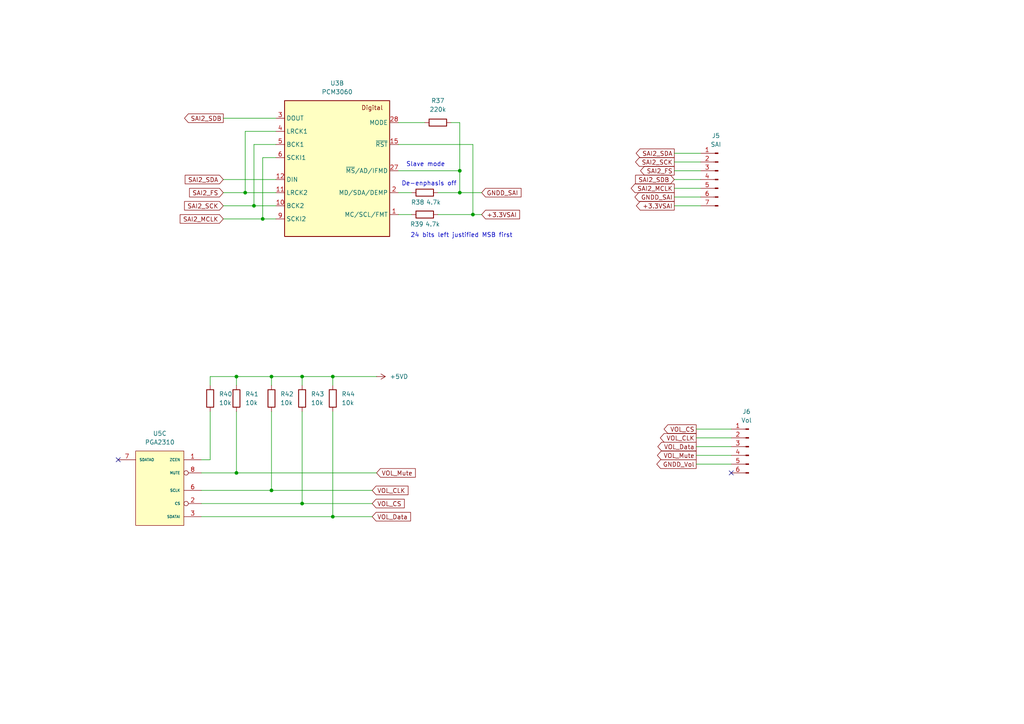
<source format=kicad_sch>
(kicad_sch (version 20250114) (generator "eeschema") (generator_version "9.0")
  (paper "A4")
  (title_block (title "OSCAR Audio 1.0") (date "2025-05-30") (rev "2") (company "DAD Design"))
  (lib_symbols
    (symbol "@Projet:PCM3060"
      (property "Reference" "U" (at -6.096 25.654 0))
      (property "Value" "PCM3060" (at -6.096 22.606 0))
      (symbol "PCM3060_1_1"
        (rectangle (start -11.43 20.32) (end 8.89 -30.48) (stroke (width 0.254)) (fill (type background)))
        (text "ADC" (at 0 7.874 0) (effects (font (size 1.27 1.27))))
        (text "DAC" (at 1.016 -16.002 0) (effects (font (size 1.27 1.27))))
        (text "Analog" (at 4.064 18.288 0) (effects (font (size 1.27 1.27))))
        (pin input line (at -13.97 12.7 0) (length 2.54) (name "V_{IN}L") (number "25"))
        (pin input line (at -13.97 10.16 0) (length 2.54) (name "V_{IN}R") (number "26"))
        (pin output line (at -13.97 1.27 0) (length 2.54) (name "V_{COM}") (number "21"))
        (pin output line (at -13.97 -7.62 0) (length 2.54) (name "V_{OUT}R-") (number "17"))
        (pin output line (at -13.97 -10.16 0) (length 2.54) (name "V_{OUT}R+") (number "18"))
        (pin output line (at -13.97 -15.24 0) (length 2.54) (name "V_{OUT}L-") (number "19"))
        (pin output line (at -13.97 -17.78 0) (length 2.54) (name "V_{OUT}L+") (number "20"))
        (pin output line (at -13.97 -22.86 0) (length 2.54) (name "ZEROR") (number "13"))
        (pin output line (at -13.97 -26.67 0) (length 2.54) (name "ZEROL") (number "14"))
      )
      (symbol "PCM3060_2_1"
        (rectangle (start -10.16 20.32) (end 20.32 -19.05) (stroke (width 0.254)) (fill (type background)))
        (text "Digital" (at 15.24 18.288 0) (effects (font (size 1.27 1.27))))
        (pin output line (at -12.7 15.24 0) (length 2.54) (name "DOUT") (number "3"))
        (pin bidirectional line (at -12.7 11.43 0) (length 2.54) (name "LRCK1") (number "4"))
        (pin bidirectional line (at -12.7 7.62 0) (length 2.54) (name "BCK1") (number "5"))
        (pin input line (at -12.7 3.81 0) (length 2.54) (name "SCKI1") (number "6"))
        (pin input line (at -12.7 -2.54 0) (length 2.54) (name "DIN") (number "12"))
        (pin bidirectional line (at -12.7 -6.35 0) (length 2.54) (name "LRCK2") (number "11"))
        (pin bidirectional line (at -12.7 -10.16 0) (length 2.54) (name "BCK2") (number "10"))
        (pin input line (at -12.7 -13.97 0) (length 2.54) (name "SCKI2") (number "9"))
        (pin input line (at 22.86 13.97 180) (length 2.54) (name "MODE") (number "28"))
        (pin input line (at 22.86 7.62 180) (length 2.54) (name "~{RST}") (number "15"))
        (pin input line (at 22.86 0 180) (length 2.54) (name "~{MS}/AD/IFMD") (number "27"))
        (pin bidirectional line (at 22.86 -6.35 180) (length 2.54) (name "MD/SDA/DEMP") (number "2"))
        (pin input line (at 22.86 -12.7 180) (length 2.54) (name "MC/SCL/FMT") (number "1"))
      )
      (symbol "PCM3060_3_1"
        (rectangle (start -11.43 20.32) (end 5.08 -26.67) (fill (type background)))
        (text "Alim" (at 2.032 17.78 0) (effects (font (size 1.27 1.27))))
        (pin power_in line (at -13.97 13.97 0) (length 2.54) (name "V_{DD}") (number "7"))
        (pin power_in line (at -13.97 7.62 0) (length 2.54) (name "DGND") (number "8"))
        (pin power_in line (at -13.97 -6.35 0) (length 2.54) (name "V_{CC}") (number "24"))
        (pin power_in line (at -13.97 -12.7 0) (length 2.54) (name "AGND2") (number "22"))
        (pin power_in line (at -13.97 -16.51 0) (length 2.54) (name "AGND1") (number "23"))
        (pin power_in line (at -13.97 -20.32 0) (length 2.54) (name "SGND") (number "16"))
      )
    )
    (symbol "@Projet:PGA2310" (pin_names (offset 1.016))
      (property "Reference" "U" (at -4.318 9.652 0))
      (property "Value" "PGA2310" (at -1.524 7.366 0))
      (symbol "PGA2310_1_1"
        (unit_name "Ana_Left")
        (polyline (pts (xy -6.35 0) (xy -5.08 0)))
        (polyline (pts (xy 6.223 0) (xy -5.08 5.715) (xy -5.08 -5.715) (xy 6.223 0)) (stroke (width 0.254)) (fill (type background)))
        (pin input line (at -8.89 0 0) (length 3.048) (name "AINL") (number "16"))
        (pin power_in line (at 0 -7.62 90) (length 4.318) (name "AGNDL") (number "15"))
        (pin output line (at 8.89 0 180) (length 2.794) (name "AOUTL") (number "14"))
      )
      (symbol "PGA2310_2_1"
        (unit_name "Ana_Right")
        (polyline (pts (xy -6.35 0) (xy -5.08 0)))
        (polyline (pts (xy 6.223 0) (xy -5.08 5.715) (xy -5.08 -5.715) (xy 6.223 0)) (stroke (width 0.254)) (fill (type background)))
        (pin input line (at -8.89 0 0) (length 3.048) (name "AINR") (number "9"))
        (pin power_in line (at 0 -7.62 90) (length 4.318) (name "AGNDR") (number "10"))
        (pin output line (at 8.89 0 180) (length 2.794) (name "AOUTR") (number "11"))
      )
      (symbol "PGA2310_3_1"
        (unit_name "Logic")
        (rectangle (start -7.62 5.08) (end 6.35 -16.51) (fill (type background)))
        (pin input line (at -12.7 2.54 0) (length 5.08) (name "SDATAI") (number "3"))
        (pin input inverted (at -12.7 -1.27 0) (length 5.08) (name "CS") (number "2"))
        (pin input line (at -12.7 -5.08 0) (length 5.08) (name "SCLK") (number "6"))
        (pin input inverted (at -12.7 -10.16 0) (length 5.08) (name "MUTE") (number "8"))
        (pin input line (at -12.7 -13.97 0) (length 5.08) (name "ZCEN") (number "1"))
        (pin output line (at 11.43 -13.97 180) (length 5.08) (name "SDATAO") (number "7"))
      )
      (symbol "PGA2310_4_1"
        (unit_name "Alim")
        (rectangle (start -6.35 5.08) (end 6.35 -8.89) (fill (type background)))
        (pin power_in line (at -10.16 2.54 0) (length 3.81) (name "VD+") (number "4"))
        (pin power_in line (at -10.16 -6.35 0) (length 3.81) (name "DGND") (number "5"))
        (pin power_in line (at 10.16 1.27 180) (length 3.81) (name "VA+") (number "12"))
        (pin power_in line (at 10.16 -5.08 180) (length 3.81) (name "VA-") (number "13"))
      )
    )
    (symbol "Connector:Conn_01x06_Pin" (pin_names (offset 1.016) (hide yes))
      (property "Reference" "J6" (at 0.635 10.16 0))
      (property "Value" "Vol" (at 0.635 7.62 0))
      (symbol "Conn_01x06_Pin_1_1"
        (rectangle (start 0.8636 5.207) (end 0 4.953) (stroke (width 0.1524)) (fill (type outline)))
        (rectangle (start 0.8636 2.667) (end 0 2.413) (stroke (width 0.1524)) (fill (type outline)))
        (rectangle (start 0.8636 0.127) (end 0 -0.127) (stroke (width 0.1524)) (fill (type outline)))
        (rectangle (start 0.8636 -2.413) (end 0 -2.667) (stroke (width 0.1524)) (fill (type outline)))
        (rectangle (start 0.8636 -4.953) (end 0 -5.207) (stroke (width 0.1524)) (fill (type outline)))
        (rectangle (start 0.8636 -7.493) (end 0 -7.747) (stroke (width 0.1524)) (fill (type outline)))
        (polyline (pts (xy 1.27 5.08) (xy 0.8636 5.08)) (stroke (width 0.1524)))
        (polyline (pts (xy 1.27 2.54) (xy 0.8636 2.54)) (stroke (width 0.1524)))
        (polyline (pts (xy 1.27 0) (xy 0.8636 0)) (stroke (width 0.1524)))
        (polyline (pts (xy 1.27 -2.54) (xy 0.8636 -2.54)) (stroke (width 0.1524)))
        (polyline (pts (xy 1.27 -5.08) (xy 0.8636 -5.08)) (stroke (width 0.1524)))
        (polyline (pts (xy 1.27 -7.62) (xy 0.8636 -7.62)) (stroke (width 0.1524)))
        (pin passive line (at 5.08 5.08 180) (length 3.81) (name "Pin_1") (number "1"))
        (pin passive line (at 5.08 2.54 180) (length 3.81) (name "Pin_2") (number "2"))
        (pin passive line (at 5.08 0 180) (length 3.81) (name "Pin_3") (number "3"))
        (pin passive line (at 5.08 -2.54 180) (length 3.81) (name "Pin_4") (number "4"))
        (pin passive line (at 5.08 -5.08 180) (length 3.81) (name "Pin_5") (number "5"))
        (pin power_out line (at 5.08 -7.62 180) (length 3.81) (name "Pin_6") (number "6"))
      )
    )
    (symbol "Connector:Conn_01x07_Pin" (pin_names (offset 1.016) (hide yes))
      (property "Reference" "J5" (at 0.635 12.7 0))
      (property "Value" "SAI" (at 0.635 10.16 0))
      (symbol "Conn_01x07_Pin_1_1"
        (rectangle (start 0.8636 7.747) (end 0 7.493) (stroke (width 0.1524)) (fill (type outline)))
        (rectangle (start 0.8636 5.207) (end 0 4.953) (stroke (width 0.1524)) (fill (type outline)))
        (rectangle (start 0.8636 2.667) (end 0 2.413) (stroke (width 0.1524)) (fill (type outline)))
        (rectangle (start 0.8636 0.127) (end 0 -0.127) (stroke (width 0.1524)) (fill (type outline)))
        (rectangle (start 0.8636 -2.413) (end 0 -2.667) (stroke (width 0.1524)) (fill (type outline)))
        (rectangle (start 0.8636 -4.953) (end 0 -5.207) (stroke (width 0.1524)) (fill (type outline)))
        (rectangle (start 0.8636 -7.493) (end 0 -7.747) (stroke (width 0.1524)) (fill (type outline)))
        (polyline (pts (xy 1.27 7.62) (xy 0.8636 7.62)) (stroke (width 0.1524)))
        (polyline (pts (xy 1.27 5.08) (xy 0.8636 5.08)) (stroke (width 0.1524)))
        (polyline (pts (xy 1.27 2.54) (xy 0.8636 2.54)) (stroke (width 0.1524)))
        (polyline (pts (xy 1.27 0) (xy 0.8636 0)) (stroke (width 0.1524)))
        (polyline (pts (xy 1.27 -2.54) (xy 0.8636 -2.54)) (stroke (width 0.1524)))
        (polyline (pts (xy 1.27 -5.08) (xy 0.8636 -5.08)) (stroke (width 0.1524)))
        (polyline (pts (xy 1.27 -7.62) (xy 0.8636 -7.62)) (stroke (width 0.1524)))
        (pin output line (at 5.08 7.62 180) (length 3.81) (name "Pin_1") (number "1"))
        (pin output line (at 5.08 5.08 180) (length 3.81) (name "Pin_2") (number "2"))
        (pin output line (at 5.08 2.54 180) (length 3.81) (name "Pin_3") (number "3"))
        (pin input line (at 5.08 0 180) (length 3.81) (name "Pin_4") (number "4"))
        (pin output line (at 5.08 -2.54 180) (length 3.81) (name "Pin_5") (number "5"))
        (pin power_out line (at 5.08 -5.08 180) (length 3.81) (name "Pin_6") (number "6"))
        (pin power_out line (at 5.08 -7.62 180) (length 3.81) (name "Pin_7") (number "7"))
      )
    )
    (symbol "Device:R" (pin_numbers (hide yes)) (pin_names (offset 0))
      (property "Reference" "R" (at 2.032 0 90))
      (property "Value" "R" (at 0 0 90))
      (symbol "R_0_1"
        (rectangle (start -1.016 -2.54) (end 1.016 2.54) (stroke (width 0.254)))
      )
      (symbol "R_1_1"
        (pin passive line (at 0 3.81 270) (length 1.27) (name "~") (number "1"))
        (pin passive line (at 0 -3.81 90) (length 1.27) (name "~") (number "2"))
      )
    )
    (symbol "power:+5V" (power) (pin_numbers (hide yes)) (pin_names (offset 0) (hide yes))
      (property "Value" "+5V" (at 0 3.556 0))
      (symbol "+5V_0_1"
        (polyline (pts (xy -0.762 1.27) (xy 0 2.54)))
        (polyline (pts (xy 0 2.54) (xy 0.762 1.27)))
        (polyline (pts (xy 0 0) (xy 0 2.54)))
      )
      (symbol "+5V_1_1"
        (pin power_in line (at 0 0 90) (length 0) (name "~") (number "1"))
      )
    )
  )
  (text "Slave mode" (at 123.444 47.752 0) (effects (font (size 1.27 1.27))))
  (text "24 bits left justified MSB first" (at 133.858 68.326 0) (effects (font (size 1.27 1.27))))
  (text "De-enphasis off" (at 124.46 53.34 0) (effects (font (size 1.27 1.27))))
  (junction (at 71.12 55.88))
  (junction (at 96.52 109.22))
  (junction (at 76.2 63.5))
  (junction (at 87.63 109.22))
  (junction (at 68.58 137.16))
  (junction (at 78.74 142.24))
  (junction (at 73.66 59.69))
  (junction (at 68.58 109.22))
  (junction (at 133.35 55.88))
  (junction (at 78.74 109.22))
  (junction (at 96.52 149.86))
  (junction (at 133.35 49.53))
  (junction (at 137.16 62.23))
  (junction (at 87.63 146.05))
  (no_connect (at 34.29 133.35))
  (no_connect (at 212.09 137.16))
  (wire (pts (xy 195.58 59.69) (xy 203.2 59.69)))
  (wire (pts (xy 115.57 41.91) (xy 137.16 41.91)))
  (wire (pts (xy 195.58 49.53) (xy 203.2 49.53)))
  (wire (pts (xy 115.57 49.53) (xy 133.35 49.53)))
  (wire (pts (xy 96.52 111.76) (xy 96.52 109.22)))
  (wire (pts (xy 58.42 149.86) (xy 96.52 149.86)))
  (wire (pts (xy 68.58 119.38) (xy 68.58 137.16)))
  (wire (pts (xy 195.58 57.15) (xy 203.2 57.15)))
  (wire (pts (xy 76.2 63.5) (xy 80.01 63.5)))
  (wire (pts (xy 68.58 111.76) (xy 68.58 109.22)))
  (wire (pts (xy 76.2 63.5) (xy 76.2 45.72)))
  (wire (pts (xy 87.63 146.05) (xy 107.95 146.05)))
  (wire (pts (xy 64.77 52.07) (xy 80.01 52.07)))
  (wire (pts (xy 96.52 149.86) (xy 107.95 149.86)))
  (wire (pts (xy 96.52 109.22) (xy 109.22 109.22)))
  (wire (pts (xy 78.74 119.38) (xy 78.74 142.24)))
  (wire (pts (xy 73.66 59.69) (xy 73.66 41.91)))
  (wire (pts (xy 64.77 55.88) (xy 71.12 55.88)))
  (wire (pts (xy 195.58 52.07) (xy 203.2 52.07)))
  (wire (pts (xy 58.42 146.05) (xy 87.63 146.05)))
  (wire (pts (xy 60.96 109.22) (xy 60.96 111.76)))
  (wire (pts (xy 58.42 137.16) (xy 68.58 137.16)))
  (wire (pts (xy 68.58 137.16) (xy 109.22 137.16)))
  (wire (pts (xy 73.66 59.69) (xy 80.01 59.69)))
  (wire (pts (xy 71.12 55.88) (xy 80.01 55.88)))
  (wire (pts (xy 133.35 55.88) (xy 139.7 55.88)))
  (wire (pts (xy 195.58 44.45) (xy 203.2 44.45)))
  (wire (pts (xy 137.16 62.23) (xy 139.7 62.23)))
  (wire (pts (xy 64.77 59.69) (xy 73.66 59.69)))
  (wire (pts (xy 58.42 142.24) (xy 78.74 142.24)))
  (wire (pts (xy 201.93 129.54) (xy 212.09 129.54)))
  (wire (pts (xy 78.74 111.76) (xy 78.74 109.22)))
  (wire (pts (xy 201.93 124.46) (xy 212.09 124.46)))
  (wire (pts (xy 78.74 142.24) (xy 107.95 142.24)))
  (wire (pts (xy 115.57 55.88) (xy 119.38 55.88)))
  (wire (pts (xy 64.77 34.29) (xy 80.01 34.29)))
  (wire (pts (xy 133.35 49.53) (xy 133.35 55.88)))
  (wire (pts (xy 201.93 134.62) (xy 212.09 134.62)))
  (wire (pts (xy 68.58 109.22) (xy 78.74 109.22)))
  (wire (pts (xy 71.12 38.1) (xy 71.12 55.88)))
  (wire (pts (xy 115.57 35.56) (xy 123.19 35.56)))
  (wire (pts (xy 127 62.23) (xy 137.16 62.23)))
  (wire (pts (xy 87.63 119.38) (xy 87.63 146.05)))
  (wire (pts (xy 60.96 119.38) (xy 60.96 133.35)))
  (wire (pts (xy 60.96 109.22) (xy 68.58 109.22)))
  (wire (pts (xy 201.93 132.08) (xy 212.09 132.08)))
  (wire (pts (xy 133.35 35.56) (xy 133.35 49.53)))
  (wire (pts (xy 130.81 35.56) (xy 133.35 35.56)))
  (wire (pts (xy 137.16 41.91) (xy 137.16 62.23)))
  (wire (pts (xy 78.74 109.22) (xy 87.63 109.22)))
  (wire (pts (xy 80.01 38.1) (xy 71.12 38.1)))
  (wire (pts (xy 127 55.88) (xy 133.35 55.88)))
  (wire (pts (xy 195.58 46.99) (xy 203.2 46.99)))
  (wire (pts (xy 58.42 133.35) (xy 60.96 133.35)))
  (wire (pts (xy 73.66 41.91) (xy 80.01 41.91)))
  (wire (pts (xy 115.57 62.23) (xy 119.38 62.23)))
  (wire (pts (xy 201.93 127) (xy 212.09 127)))
  (wire (pts (xy 76.2 45.72) (xy 80.01 45.72)))
  (wire (pts (xy 96.52 109.22) (xy 87.63 109.22)))
  (wire (pts (xy 87.63 111.76) (xy 87.63 109.22)))
  (wire (pts (xy 195.58 54.61) (xy 203.2 54.61)))
  (wire (pts (xy 96.52 119.38) (xy 96.52 149.86)))
  (wire (pts (xy 64.77 63.5) (xy 76.2 63.5)))
  (global_label "VOL_Mute" (shape output) (at 201.93 132.08 180) (property "Intersheetrefs" "${INTERSHEET_REFS}" (effects (hide yes))))
  (global_label "VOL_Data" (shape input) (at 107.95 149.86 0) (property "Intersheetrefs" "${INTERSHEET_REFS}" (effects (hide yes))))
  (global_label "SAI2_FS" (shape input) (at 64.77 55.88 180) (property "Intersheetrefs" "${INTERSHEET_REFS}" (effects (hide yes))))
  (global_label "+3.3VSAI" (shape input) (at 139.7 62.23 0) (property "Intersheetrefs" "${INTERSHEET_REFS}" (effects (hide yes))))
  (global_label "VOL_Mute" (shape input) (at 109.22 137.16 0) (property "Intersheetrefs" "${INTERSHEET_REFS}" (effects (hide yes))))
  (global_label "SAI2_SDA" (shape output) (at 195.58 44.45 180) (property "Intersheetrefs" "${INTERSHEET_REFS}" (effects (hide yes))))
  (global_label "VOL_CS" (shape input) (at 107.95 146.05 0) (property "Intersheetrefs" "${INTERSHEET_REFS}" (effects (hide yes))))
  (global_label "SAI2_SDB" (shape output) (at 64.77 34.29 180) (property "Intersheetrefs" "${INTERSHEET_REFS}" (effects (hide yes))))
  (global_label "SAI2_MCLK" (shape output) (at 195.58 54.61 180) (property "Intersheetrefs" "${INTERSHEET_REFS}" (effects (hide yes))))
  (global_label "SAI2_SCK" (shape input) (at 64.77 59.69 180) (property "Intersheetrefs" "${INTERSHEET_REFS}" (effects (hide yes))))
  (global_label "SAI2_SDB" (shape input) (at 195.58 52.07 180) (property "Intersheetrefs" "${INTERSHEET_REFS}" (effects (hide yes))))
  (global_label "SAI2_MCLK" (shape input) (at 64.77 63.5 180) (property "Intersheetrefs" "${INTERSHEET_REFS}" (effects (hide yes))))
  (global_label "SAI2_SCK" (shape output) (at 195.58 46.99 180) (property "Intersheetrefs" "${INTERSHEET_REFS}" (effects (hide yes))))
  (global_label "GNDD_Vol" (shape output) (at 201.93 134.62 180) (property "Intersheetrefs" "${INTERSHEET_REFS}" (effects (hide yes))))
  (global_label "GNDD_SAI" (shape input) (at 139.7 55.88 0) (property "Intersheetrefs" "${INTERSHEET_REFS}" (effects (hide yes))))
  (global_label "VOL_Data" (shape output) (at 201.93 129.54 180) (property "Intersheetrefs" "${INTERSHEET_REFS}" (effects (hide yes))))
  (global_label "GNDD_SAI" (shape output) (at 195.58 57.15 180) (property "Intersheetrefs" "${INTERSHEET_REFS}" (effects (hide yes))))
  (global_label "+3.3VSAI" (shape output) (at 195.58 59.69 180) (property "Intersheetrefs" "${INTERSHEET_REFS}" (effects (hide yes))))
  (global_label "VOL_CS" (shape output) (at 201.93 124.46 180) (property "Intersheetrefs" "${INTERSHEET_REFS}" (effects (hide yes))))
  (global_label "VOL_CLK" (shape input) (at 107.95 142.24 0) (property "Intersheetrefs" "${INTERSHEET_REFS}" (effects (hide yes))))
  (global_label "SAI2_SDA" (shape input) (at 64.77 52.07 180) (property "Intersheetrefs" "${INTERSHEET_REFS}" (effects (hide yes))))
  (global_label "VOL_CLK" (shape output) (at 201.93 127 180) (property "Intersheetrefs" "${INTERSHEET_REFS}" (effects (hide yes))))
  (global_label "SAI2_FS" (shape output) (at 195.58 49.53 180) (property "Intersheetrefs" "${INTERSHEET_REFS}" (effects (hide yes))))
  (symbol (lib_id "Device:R") (at 127 35.56 90) (unit 1)
    (property "Reference" "R37" (at 127 29.21 90))
    (property "Value" "220k" (at 127 31.75 90))
    (property "Footprint" "Resistor_SMD:R_1206_3216Metric_Pad1.30x1.75mm_HandSolder" (effects (hide yes)))
    (property "Description" "Resistor" (effects (hide yes)))
  )
  (symbol (lib_id "Device:R") (at 123.19 62.23 90) (unit 1)
    (property "Reference" "R39" (at 120.904 65.024 90))
    (property "Value" "4.7k" (at 125.476 65.024 90))
    (property "Footprint" "Resistor_SMD:R_1206_3216Metric_Pad1.30x1.75mm_HandSolder" (effects (hide yes)))
    (property "Description" "Resistor" (effects (hide yes)))
  )
  (symbol (lib_id "Connector:Conn_01x07_Pin") (at 208.28 52.07 0) (mirror y) (unit 1)
    (property "Reference" "J5" (at 207.645 39.37 0))
    (property "Value" "SAI" (at 207.645 41.91 0))
    (property "Footprint" "Connector_PinHeader_2.54mm:PinHeader_1x07_P2.54mm_Vertical" (effects (hide yes)))
    (property "Description" "Generic connector, single row, 01x07, script generated" (effects (hide yes)))
  )
  (symbol (lib_id "Device:R") (at 123.19 55.88 90) (unit 1)
    (property "Reference" "R38" (at 121.158 58.674 90))
    (property "Value" "4.7k" (at 125.73 58.674 90))
    (property "Footprint" "Resistor_SMD:R_1206_3216Metric_Pad1.30x1.75mm_HandSolder" (effects (hide yes)))
    (property "Description" "Resistor" (effects (hide yes)))
  )
  (symbol (lib_id "Connector:Conn_01x06_Pin") (at 217.17 129.54 0) (mirror y) (unit 1)
    (property "Reference" "J6" (at 216.535 119.38 0))
    (property "Value" "Vol" (at 216.535 121.92 0))
    (property "Footprint" "Connector_PinHeader_2.54mm:PinHeader_1x06_P2.54mm_Vertical" (effects (hide yes)))
    (property "Description" "Generic connector, single row, 01x06, script generated" (effects (hide yes)))
  )
  (symbol (lib_id "Device:R") (at 60.96 115.57 0) (unit 1)
    (property "Reference" "R40" (at 63.5 114.2999 0) (effects (justify left)))
    (property "Value" "10k" (at 63.5 116.8399 0) (effects (justify left)))
    (property "Footprint" "Resistor_SMD:R_1206_3216Metric_Pad1.30x1.75mm_HandSolder" (effects (hide yes)))
    (property "Description" "Resistor" (effects (hide yes)))
  )
  (symbol (lib_id "Device:R") (at 96.52 115.57 0) (unit 1)
    (property "Reference" "R44" (at 99.06 114.2999 0) (effects (justify left)))
    (property "Value" "10k" (at 99.06 116.8399 0) (effects (justify left)))
    (property "Footprint" "Resistor_SMD:R_1206_3216Metric_Pad1.30x1.75mm_HandSolder" (effects (hide yes)))
    (property "Description" "Resistor" (effects (hide yes)))
  )
  (symbol (lib_id "@Projet:PCM3060") (at 92.71 49.53 0) (unit 2)
    (property "Reference" "U3" (at 97.79 24.13 0))
    (property "Value" "PCM3060" (at 97.79 26.67 0))
    (property "Footprint" "Package_SO:TSSOP-28_4.4x9.7mm_P0.65mm" (effects (hide yes)))
    (property "Datasheet" "https://www.ti.com/lit/gpn/pcm3060" (effects (hide yes)))
    (property "Description" "24-bit Asynchronous Stereo Audio Codec with 96/192kHz sampling rate, TSSOP-28" (effects (hide yes)))
  )
  (symbol (lib_id "Device:R") (at 68.58 115.57 0) (unit 1)
    (property "Reference" "R41" (at 71.12 114.2999 0) (effects (justify left)))
    (property "Value" "10k" (at 71.12 116.8399 0) (effects (justify left)))
    (property "Footprint" "Resistor_SMD:R_1206_3216Metric_Pad1.30x1.75mm_HandSolder" (effects (hide yes)))
    (property "Description" "Resistor" (effects (hide yes)))
  )
  (symbol (lib_id "Device:R") (at 78.74 115.57 0) (unit 1)
    (property "Reference" "R42" (at 81.28 114.2999 0) (effects (justify left)))
    (property "Value" "10k" (at 81.28 116.8399 0) (effects (justify left)))
    (property "Footprint" "Resistor_SMD:R_1206_3216Metric_Pad1.30x1.75mm_HandSolder" (effects (hide yes)))
    (property "Description" "Resistor" (effects (hide yes)))
  )
  (symbol (lib_id "Device:R") (at 87.63 115.57 0) (unit 1)
    (property "Reference" "R43" (at 90.17 114.2999 0) (effects (justify left)))
    (property "Value" "10k" (at 90.17 116.8399 0) (effects (justify left)))
    (property "Footprint" "Resistor_SMD:R_1206_3216Metric_Pad1.30x1.75mm_HandSolder" (effects (hide yes)))
    (property "Description" "Resistor" (effects (hide yes)))
  )
  (symbol (lib_id "@Projet:PGA2310") (at 45.72 147.32 180) (unit 3)
    (property "Reference" "U5" (at 46.355 125.73 0))
    (property "Value" "PGA2310" (at 46.355 128.27 0))
    (property "Footprint" "Package_SO:SOIC-16W_7.5x10.3mm_P1.27mm" (effects (hide yes)))
    (property "Datasheet" "https://www.ti.com/product/PGA2310" (effects (hide yes)))
    (property "Description" "+/-15-V stereo audio volume control with low gain error (0.05)" (effects (hide yes)))
  )
  (symbol (lib_id "power:+5V") (at 109.22 109.22 270) (unit 1)
    (property "Reference" "#PWR09" (effects (hide yes)))
    (property "Value" "+5VD" (at 113.03 109.2199 90) (effects (justify left)))
    (property "Description" "Power symbol creates a global label with name \"+5V\"" (effects (hide yes)))
  )
)
</source>
